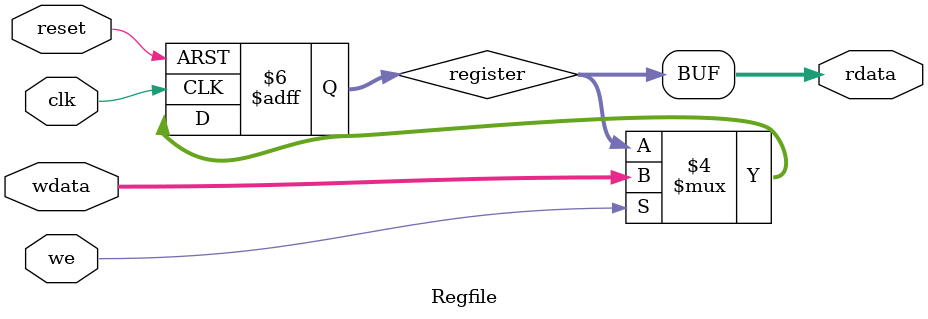
<source format=v>
`timescale 1ns / 1ps

// module: Regfiles 32¸ö32Î»¼Ä´æÆ÷¶Ñ
module Regfiles (
    input clk,  //¼Ä´æÆ÷×éÊ±ÖÓÐÅºÅ£¬ÏÂ½µÑØÐ´ÈëÊý¾Ý
    input reset,
    input we,  //¼Ä´æÆ÷¶ÁÐ´ÓÐÐ§ÐÅºÅ,¸ßµçÆ½Ê±ÔÊÐí¼Ä´æÆ÷Ð´ÈëÊý¾Ý£¬µÍµçÆ½Ê±ÔÊÐí¼Ä´æÆ÷¶Á³öÊý¾Ý
    input [4:0] raddr1,  //ËùÐè¶ÁÈ¡µÄ¼Ä´æÆ÷µÄµØÖ·
    input [4:0] raddr2,  //ËùÐè¶ÁÈ¡µÄ¼Ä´æÆ÷µÄµØÖ·
    input [4:0] waddr,  //Ð´¼Ä´æÆ÷µÄµØÖ·
    input [31:0] wdata,  //Ð´¼Ä´æÆ÷Êý¾Ý,Êý¾ÝÔÚclkÏÂ½µÑØÊ±±»Ð´Èë
    output [31:0] rdata1,  //raddr1Ëù¶ÔÓ¦¼Ä´æÆ÷µÄÊä³öÊý¾Ý
    output [31:0] rdata2  //raddr2Ëù¶ÔÓ¦¼Ä´æÆ÷µÄÊä³öÊý¾Ý
);

  // 32¸ö¼Ä´æÆ÷µÄÊ¹ÄÜÐÅºÅ
  wire [31:0] reg_enb;
  // 32¸ö¼Ä´æÆ÷µÄÊä³öÊý¾Ý
  wire [31:0] rdata[31:0];

  // ÒëÂëÆ÷£¬½«Ð´µØÖ·×ª»»Îª32¸ö¼Ä´æÆ÷µÄÊ¹ÄÜÐÅºÅ
  Decode5_32 u_decode (
      .inp(waddr),
      .enb(we),
      .out(reg_enb)
  );

  // ÊµÀý»¯32¸ö¼Ä´æÆ÷
  genvar i;
  generate
    for (i = 0; i < 32; i = i + 1) begin : regfiles
      Regfile u_regfile (
          .clk(clk),
          .reset(reset),
          .we(reg_enb[i]),
          .wdata(wdata),
          .rdata(rdata[i])
      );
    end
  endgenerate

  // 16Ñ¡1Ñ¡ÔñÆ÷£¬Ñ¡Ôñ¶ÁÈ¡µÄ¼Ä´æÆ÷µÄÊý¾Ý
  // Ñ¡ÔñÆ÷ÔÚweÎª¸ßµçÆ½Ê±¼¤»î
  wire not_we;
  assign not_we = ~we;
  Select32_1 u_select_0 (
    .inp0(rdata[0]),
    .inp1(rdata[1]),
    .inp2(rdata[2]),
    .inp3(rdata[3]),
    .inp4(rdata[4]),
    .inp5(rdata[5]),
    .inp6(rdata[6]),
    .inp7(rdata[7]),
    .inp8(rdata[8]),
    .inp9(rdata[9]),
    .inp10(rdata[10]),
    .inp11(rdata[11]),
    .inp12(rdata[12]),
    .inp13(rdata[13]),
    .inp14(rdata[14]),
    .inp15(rdata[15]),
    .inp16(rdata[16]),
    .inp17(rdata[17]),
    .inp18(rdata[18]),
    .inp19(rdata[19]),
    .inp20(rdata[20]),
    .inp21(rdata[21]),
    .inp22(rdata[22]),
    .inp23(rdata[23]),
    .inp24(rdata[24]),
    .inp25(rdata[25]),
    .inp26(rdata[26]),
    .inp27(rdata[27]),
    .inp28(rdata[28]),
    .inp29(rdata[29]),
    .inp30(rdata[30]),
    .inp31(rdata[31]),

    .sel(raddr1),
    .enb(1'b1),
    .out(rdata1)
  );

  Select32_1 u_select_1 (
    .inp0(rdata[0]),
    .inp1(rdata[1]),
    .inp2(rdata[2]),
    .inp3(rdata[3]),
    .inp4(rdata[4]),
    .inp5(rdata[5]),
    .inp6(rdata[6]),
    .inp7(rdata[7]),
    .inp8(rdata[8]),
    .inp9(rdata[9]),
    .inp10(rdata[10]),
    .inp11(rdata[11]),
    .inp12(rdata[12]),
    .inp13(rdata[13]),
    .inp14(rdata[14]),
    .inp15(rdata[15]),
    .inp16(rdata[16]),
    .inp17(rdata[17]),
    .inp18(rdata[18]),
    .inp19(rdata[19]),
    .inp20(rdata[20]),
    .inp21(rdata[21]),
    .inp22(rdata[22]),
    .inp23(rdata[23]),
    .inp24(rdata[24]),
    .inp25(rdata[25]),
    .inp26(rdata[26]),
    .inp27(rdata[27]),
    .inp28(rdata[28]),
    .inp29(rdata[29]),
    .inp30(rdata[30]),
    .inp31(rdata[31]),

    .sel(raddr2),
    .enb(1'b1),
    .out(rdata2)
  );

endmodule

//module: Regfile µ¥¸ö32Î»¼Ä´æÆ÷
module Regfile (
    input clk,  //¼Ä´æÆ÷Ê±ÖÓÐÅºÅ£¬ÏÂ½µÑØÐ´ÈëÊý¾Ý
    input reset,  //Òì²½¸´Î»ÐÅºÅ,¸ßµçÆ½Ê±¼Ä´æÆ÷ÖÃÁã
    input we,  //¼Ä´æÆ÷¶ÁÐ´ÓÐÐ§ÐÅºÅ,µÍµçÆ½Ê±ÔÊÐí¼Ä´æÆ÷Ð´ÈëÊý¾Ý£¬¸ßµçÆ½Ê±ÔÊÐí¼Ä´æÆ÷¶Á³öÊý¾Ý
    input [31:0] wdata,  //Ð´¼Ä´æÆ÷Êý¾Ý,Êý¾ÝÔÚclkÉÏÉýÑØÊ±±»Ð´Èë
    output [31:0] rdata  //raddrËù¶ÔÓ¦¼Ä´æÆ÷µÄÊä³öÊý¾Ý
);

  reg [31:0] register;

  assign rdata = register;

  initial begin
    register = 32'b0;
  end

  // Ð´ÈëÊý¾Ý ¼° ¸´Î»
  always @(posedge clk or negedge reset) begin
    if (!reset) begin
      register <= 32'b0;
    end else if (we) begin
      register <= wdata;
    end
  end

endmodule


</source>
